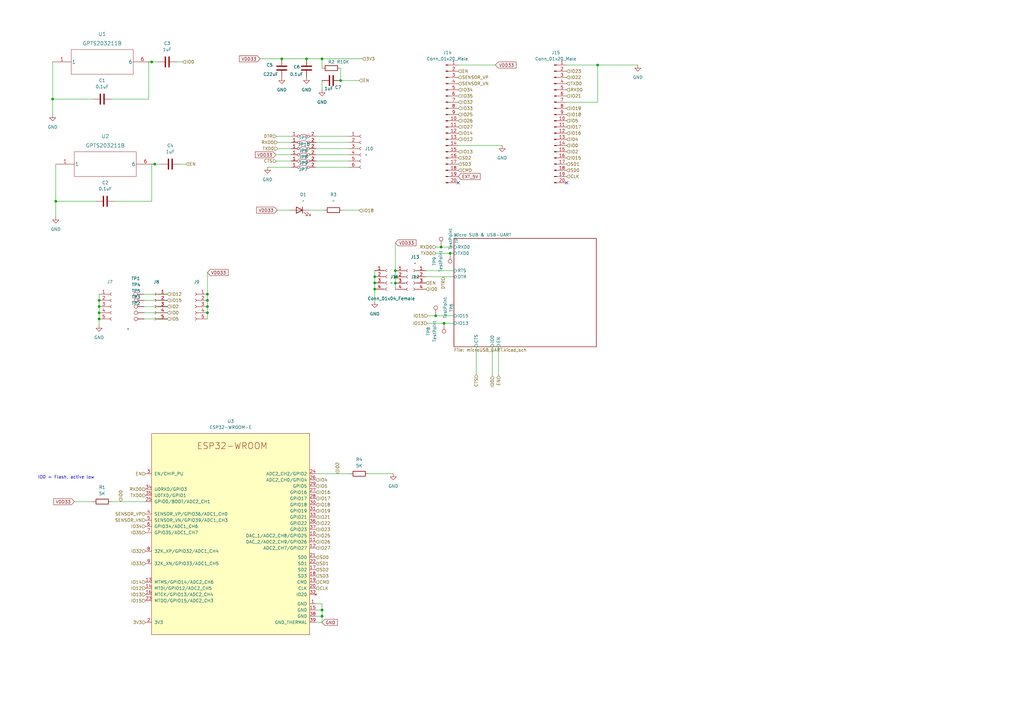
<source format=kicad_sch>
(kicad_sch (version 20211123) (generator eeschema)
  (paper "A3")
  (lib_symbols
    (symbol "Connector:Conn_01x04_Female" (pin_names (offset 1.016) hide)
      (property "Reference" "J" (at 0 5.08 0))
      (property "Value" "Conn_01x04_Female" (at 0 -7.62 0))
      (symbol "Conn_01x04_Female_1_1"
        (arc (start 0 -4.572) (mid -0.508 -5.08) (end 0 -5.588) (stroke (width 0.1524)))
        (arc (start 0 -2.032) (mid -0.508 -2.54) (end 0 -3.048) (stroke (width 0.1524)))
        (polyline (pts (xy -1.27 -5.08) (xy -0.508 -5.08)) (stroke (width 0.1524)))
        (polyline (pts (xy -1.27 -2.54) (xy -0.508 -2.54)) (stroke (width 0.1524)))
        (polyline (pts (xy -1.27 0) (xy -0.508 0)) (stroke (width 0.1524)))
        (polyline (pts (xy -1.27 2.54) (xy -0.508 2.54)) (stroke (width 0.1524)))
        (arc (start 0 0.508) (mid -0.508 0) (end 0 -0.508) (stroke (width 0.1524)))
        (arc (start 0 3.048) (mid -0.508 2.54) (end 0 2.032) (stroke (width 0.1524)))
        (pin passive line (at -5.08 2.54 0) (length 3.81) (name "Pin_1") (number "1"))
        (pin passive line (at -5.08 0 0) (length 3.81) (name "Pin_2") (number "2"))
        (pin passive line (at -5.08 -2.54 0) (length 3.81) (name "Pin_3") (number "3"))
        (pin passive line (at -5.08 -5.08 0) (length 3.81) (name "Pin_4") (number "4"))
      )
    )
    (symbol "Connector:Conn_01x05_Female" (pin_names (offset 1.016) hide)
      (property "Reference" "J" (at 0 7.62 0))
      (property "Value" "Conn_01x05_Female" (at 0 -7.62 0))
      (symbol "Conn_01x05_Female_1_1"
        (arc (start 0 -4.572) (mid -0.508 -5.08) (end 0 -5.588) (stroke (width 0.1524)))
        (arc (start 0 -2.032) (mid -0.508 -2.54) (end 0 -3.048) (stroke (width 0.1524)))
        (polyline (pts (xy -1.27 -5.08) (xy -0.508 -5.08)) (stroke (width 0.1524)))
        (polyline (pts (xy -1.27 -2.54) (xy -0.508 -2.54)) (stroke (width 0.1524)))
        (polyline (pts (xy -1.27 0) (xy -0.508 0)) (stroke (width 0.1524)))
        (polyline (pts (xy -1.27 2.54) (xy -0.508 2.54)) (stroke (width 0.1524)))
        (polyline (pts (xy -1.27 5.08) (xy -0.508 5.08)) (stroke (width 0.1524)))
        (arc (start 0 0.508) (mid -0.508 0) (end 0 -0.508) (stroke (width 0.1524)))
        (arc (start 0 3.048) (mid -0.508 2.54) (end 0 2.032) (stroke (width 0.1524)))
        (arc (start 0 5.588) (mid -0.508 5.08) (end 0 4.572) (stroke (width 0.1524)))
        (pin passive line (at -5.08 5.08 0) (length 3.81) (name "Pin_1") (number "1"))
        (pin passive line (at -5.08 2.54 0) (length 3.81) (name "Pin_2") (number "2"))
        (pin passive line (at -5.08 0 0) (length 3.81) (name "Pin_3") (number "3"))
        (pin passive line (at -5.08 -2.54 0) (length 3.81) (name "Pin_4") (number "4"))
        (pin passive line (at -5.08 -5.08 0) (length 3.81) (name "Pin_5") (number "5"))
      )
    )
    (symbol "Connector:Conn_01x06_Female" (pin_names (offset 1.016) hide)
      (property "Reference" "J" (at 0 7.62 0))
      (property "Value" "Conn_01x06_Female" (at 0 -10.16 0))
      (symbol "Conn_01x06_Female_1_1"
        (arc (start 0 -7.112) (mid -0.508 -7.62) (end 0 -8.128) (stroke (width 0.1524)))
        (arc (start 0 -4.572) (mid -0.508 -5.08) (end 0 -5.588) (stroke (width 0.1524)))
        (arc (start 0 -2.032) (mid -0.508 -2.54) (end 0 -3.048) (stroke (width 0.1524)))
        (polyline (pts (xy -1.27 -7.62) (xy -0.508 -7.62)) (stroke (width 0.1524)))
        (polyline (pts (xy -1.27 -5.08) (xy -0.508 -5.08)) (stroke (width 0.1524)))
        (polyline (pts (xy -1.27 -2.54) (xy -0.508 -2.54)) (stroke (width 0.1524)))
        (polyline (pts (xy -1.27 0) (xy -0.508 0)) (stroke (width 0.1524)))
        (polyline (pts (xy -1.27 2.54) (xy -0.508 2.54)) (stroke (width 0.1524)))
        (polyline (pts (xy -1.27 5.08) (xy -0.508 5.08)) (stroke (width 0.1524)))
        (arc (start 0 0.508) (mid -0.508 0) (end 0 -0.508) (stroke (width 0.1524)))
        (arc (start 0 3.048) (mid -0.508 2.54) (end 0 2.032) (stroke (width 0.1524)))
        (arc (start 0 5.588) (mid -0.508 5.08) (end 0 4.572) (stroke (width 0.1524)))
        (pin passive line (at -5.08 5.08 0) (length 3.81) (name "Pin_1") (number "1"))
        (pin passive line (at -5.08 2.54 0) (length 3.81) (name "Pin_2") (number "2"))
        (pin passive line (at -5.08 0 0) (length 3.81) (name "Pin_3") (number "3"))
        (pin passive line (at -5.08 -2.54 0) (length 3.81) (name "Pin_4") (number "4"))
        (pin passive line (at -5.08 -5.08 0) (length 3.81) (name "Pin_5") (number "5"))
        (pin passive line (at -5.08 -7.62 0) (length 3.81) (name "Pin_6") (number "6"))
      )
    )
    (symbol "Connector:Conn_01x20_Male" (pin_names (offset 1.016) hide)
      (property "Reference" "J" (at 0 25.4 0))
      (property "Value" "Conn_01x20_Male" (at 0 -27.94 0))
      (symbol "Conn_01x20_Male_1_1"
        (polyline (pts (xy 1.27 -25.4) (xy 0.8636 -25.4)) (stroke (width 0.1524)))
        (polyline (pts (xy 1.27 -22.86) (xy 0.8636 -22.86)) (stroke (width 0.1524)))
        (polyline (pts (xy 1.27 -20.32) (xy 0.8636 -20.32)) (stroke (width 0.1524)))
        (polyline (pts (xy 1.27 -17.78) (xy 0.8636 -17.78)) (stroke (width 0.1524)))
        (polyline (pts (xy 1.27 -15.24) (xy 0.8636 -15.24)) (stroke (width 0.1524)))
        (polyline (pts (xy 1.27 -12.7) (xy 0.8636 -12.7)) (stroke (width 0.1524)))
        (polyline (pts (xy 1.27 -10.16) (xy 0.8636 -10.16)) (stroke (width 0.1524)))
        (polyline (pts (xy 1.27 -7.62) (xy 0.8636 -7.62)) (stroke (width 0.1524)))
        (polyline (pts (xy 1.27 -5.08) (xy 0.8636 -5.08)) (stroke (width 0.1524)))
        (polyline (pts (xy 1.27 -2.54) (xy 0.8636 -2.54)) (stroke (width 0.1524)))
        (polyline (pts (xy 1.27 0) (xy 0.8636 0)) (stroke (width 0.1524)))
        (polyline (pts (xy 1.27 2.54) (xy 0.8636 2.54)) (stroke (width 0.1524)))
        (polyline (pts (xy 1.27 5.08) (xy 0.8636 5.08)) (stroke (width 0.1524)))
        (polyline (pts (xy 1.27 7.62) (xy 0.8636 7.62)) (stroke (width 0.1524)))
        (polyline (pts (xy 1.27 10.16) (xy 0.8636 10.16)) (stroke (width 0.1524)))
        (polyline (pts (xy 1.27 12.7) (xy 0.8636 12.7)) (stroke (width 0.1524)))
        (polyline (pts (xy 1.27 15.24) (xy 0.8636 15.24)) (stroke (width 0.1524)))
        (polyline (pts (xy 1.27 17.78) (xy 0.8636 17.78)) (stroke (width 0.1524)))
        (polyline (pts (xy 1.27 20.32) (xy 0.8636 20.32)) (stroke (width 0.1524)))
        (polyline (pts (xy 1.27 22.86) (xy 0.8636 22.86)) (stroke (width 0.1524)))
        (rectangle (start 0.8636 -25.273) (end 0 -25.527) (stroke (width 0.1524)) (fill (type outline)))
        (rectangle (start 0.8636 -22.733) (end 0 -22.987) (stroke (width 0.1524)) (fill (type outline)))
        (rectangle (start 0.8636 -20.193) (end 0 -20.447) (stroke (width 0.1524)) (fill (type outline)))
        (rectangle (start 0.8636 -17.653) (end 0 -17.907) (stroke (width 0.1524)) (fill (type outline)))
        (rectangle (start 0.8636 -15.113) (end 0 -15.367) (stroke (width 0.1524)) (fill (type outline)))
        (rectangle (start 0.8636 -12.573) (end 0 -12.827) (stroke (width 0.1524)) (fill (type outline)))
        (rectangle (start 0.8636 -10.033) (end 0 -10.287) (stroke (width 0.1524)) (fill (type outline)))
        (rectangle (start 0.8636 -7.493) (end 0 -7.747) (stroke (width 0.1524)) (fill (type outline)))
        (rectangle (start 0.8636 -4.953) (end 0 -5.207) (stroke (width 0.1524)) (fill (type outline)))
        (rectangle (start 0.8636 -2.413) (end 0 -2.667) (stroke (width 0.1524)) (fill (type outline)))
        (rectangle (start 0.8636 0.127) (end 0 -0.127) (stroke (width 0.1524)) (fill (type outline)))
        (rectangle (start 0.8636 2.667) (end 0 2.413) (stroke (width 0.1524)) (fill (type outline)))
        (rectangle (start 0.8636 5.207) (end 0 4.953) (stroke (width 0.1524)) (fill (type outline)))
        (rectangle (start 0.8636 7.747) (end 0 7.493) (stroke (width 0.1524)) (fill (type outline)))
        (rectangle (start 0.8636 10.287) (end 0 10.033) (stroke (width 0.1524)) (fill (type outline)))
        (rectangle (start 0.8636 12.827) (end 0 12.573) (stroke (width 0.1524)) (fill (type outline)))
        (rectangle (start 0.8636 15.367) (end 0 15.113) (stroke (width 0.1524)) (fill (type outline)))
        (rectangle (start 0.8636 17.907) (end 0 17.653) (stroke (width 0.1524)) (fill (type outline)))
        (rectangle (start 0.8636 20.447) (end 0 20.193) (stroke (width 0.1524)) (fill (type outline)))
        (rectangle (start 0.8636 22.987) (end 0 22.733) (stroke (width 0.1524)) (fill (type outline)))
        (pin passive line (at 5.08 22.86 180) (length 3.81) (name "Pin_1") (number "1"))
        (pin passive line (at 5.08 0 180) (length 3.81) (name "Pin_10") (number "10"))
        (pin passive line (at 5.08 -2.54 180) (length 3.81) (name "Pin_11") (number "11"))
        (pin passive line (at 5.08 -5.08 180) (length 3.81) (name "Pin_12") (number "12"))
        (pin passive line (at 5.08 -7.62 180) (length 3.81) (name "Pin_13") (number "13"))
        (pin passive line (at 5.08 -10.16 180) (length 3.81) (name "Pin_14") (number "14"))
        (pin passive line (at 5.08 -12.7 180) (length 3.81) (name "Pin_15") (number "15"))
        (pin passive line (at 5.08 -15.24 180) (length 3.81) (name "Pin_16") (number "16"))
        (pin passive line (at 5.08 -17.78 180) (length 3.81) (name "Pin_17") (number "17"))
        (pin passive line (at 5.08 -20.32 180) (length 3.81) (name "Pin_18") (number "18"))
        (pin passive line (at 5.08 -22.86 180) (length 3.81) (name "Pin_19") (number "19"))
        (pin passive line (at 5.08 20.32 180) (length 3.81) (name "Pin_2") (number "2"))
        (pin passive line (at 5.08 -25.4 180) (length 3.81) (name "Pin_20") (number "20"))
        (pin passive line (at 5.08 17.78 180) (length 3.81) (name "Pin_3") (number "3"))
        (pin passive line (at 5.08 15.24 180) (length 3.81) (name "Pin_4") (number "4"))
        (pin passive line (at 5.08 12.7 180) (length 3.81) (name "Pin_5") (number "5"))
        (pin passive line (at 5.08 10.16 180) (length 3.81) (name "Pin_6") (number "6"))
        (pin passive line (at 5.08 7.62 180) (length 3.81) (name "Pin_7") (number "7"))
        (pin passive line (at 5.08 5.08 180) (length 3.81) (name "Pin_8") (number "8"))
        (pin passive line (at 5.08 2.54 180) (length 3.81) (name "Pin_9") (number "9"))
      )
    )
    (symbol "Connector:TestPoint" (pin_numbers hide) (pin_names (offset 0.762) hide)
      (property "Reference" "TP" (at 0 6.858 0))
      (property "Value" "TestPoint" (at 0 5.08 0))
      (symbol "TestPoint_0_1"
        (circle (center 0 3.302) (radius 0.762))
      )
      (symbol "TestPoint_1_1"
        (pin passive line (at 0 0 90) (length 2.54) (name "1") (number "1"))
      )
    )
    (symbol "Device:C" (pin_numbers hide) (pin_names (offset 0.254))
      (property "Reference" "C" (at 0.635 2.54 0))
      (property "Value" "C" (at 0.635 -2.54 0))
      (symbol "C_0_1"
        (polyline (pts (xy -2.032 -0.762) (xy 2.032 -0.762)) (stroke (width 0.508)))
        (polyline (pts (xy -2.032 0.762) (xy 2.032 0.762)) (stroke (width 0.508)))
      )
      (symbol "C_1_1"
        (pin passive line (at 0 3.81 270) (length 2.794) (name "~") (number "1"))
        (pin passive line (at 0 -3.81 90) (length 2.794) (name "~") (number "2"))
      )
    )
    (symbol "Device:LED" (pin_numbers hide) (pin_names (offset 1.016) hide)
      (property "Reference" "D" (at 0 2.54 0))
      (property "Value" "LED" (at 0 -2.54 0))
      (symbol "LED_0_1"
        (polyline (pts (xy -1.27 -1.27) (xy -1.27 1.27)) (stroke (width 0.254)))
        (polyline (pts (xy -1.27 0) (xy 1.27 0)))
        (polyline (pts (xy 1.27 -1.27) (xy 1.27 1.27) (xy -1.27 0) (xy 1.27 -1.27)) (stroke (width 0.254)))
        (polyline (pts (xy -3.048 -0.762) (xy -4.572 -2.286) (xy -3.81 -2.286) (xy -4.572 -2.286) (xy -4.572 -1.524)))
        (polyline (pts (xy -1.778 -0.762) (xy -3.302 -2.286) (xy -2.54 -2.286) (xy -3.302 -2.286) (xy -3.302 -1.524)))
      )
      (symbol "LED_1_1"
        (pin passive line (at -3.81 0 0) (length 2.54) (name "K") (number "1"))
        (pin passive line (at 3.81 0 180) (length 2.54) (name "A") (number "2"))
      )
    )
    (symbol "Device:R" (pin_numbers hide) (pin_names (offset 0))
      (property "Reference" "R" (at 2.032 0 90))
      (property "Value" "R" (at 0 0 90))
      (symbol "R_0_1"
        (rectangle (start -1.016 -2.54) (end 1.016 2.54) (stroke (width 0.254)))
      )
      (symbol "R_1_1"
        (pin passive line (at 0 3.81 270) (length 1.27) (name "~") (number "1"))
        (pin passive line (at 0 -3.81 90) (length 1.27) (name "~") (number "2"))
      )
    )
    (symbol "GPTS203211B_THT_Switch:GPTS203211B" (pin_names (offset 0.254))
      (property "Reference" "U" (at 20.32 10.16 0))
      (property "Value" "GPTS203211B" (at 20.32 7.62 0))
      (symbol "GPTS203211B_1_1"
        (polyline (pts (xy 7.62 -5.08) (xy 33.02 -5.08)) (stroke (width 0.127)))
        (polyline (pts (xy 7.62 5.08) (xy 7.62 -5.08)) (stroke (width 0.127)))
        (polyline (pts (xy 33.02 -5.08) (xy 33.02 5.08)) (stroke (width 0.127)))
        (polyline (pts (xy 33.02 5.08) (xy 7.62 5.08)) (stroke (width 0.127)))
        (pin unspecified line (at 0 0 0) (length 7.62) (name "1") (number "1"))
        (pin unspecified line (at 40.64 0 180) (length 7.62) (name "6") (number "6"))
      )
    )
    (symbol "Jumper:Jumper_2_Bridged" (pin_names (offset 0) hide)
      (property "Reference" "JP" (at 0 1.905 0))
      (property "Value" "Jumper_2_Bridged" (at 0 -2.54 0))
      (symbol "Jumper_2_Bridged_0_0"
        (circle (center -2.032 0) (radius 0.508))
        (circle (center 2.032 0) (radius 0.508))
      )
      (symbol "Jumper_2_Bridged_0_1"
        (arc (start 1.524 0.254) (mid 0 0.762) (end -1.524 0.254))
      )
      (symbol "Jumper_2_Bridged_1_1"
        (pin passive line (at -5.08 0 0) (length 2.54) (name "A") (number "1"))
        (pin passive line (at 5.08 0 180) (length 2.54) (name "B") (number "2"))
      )
    )
    (symbol "espressif:ESP32-WROOM-E" (pin_names (offset 1.016))
      (property "Reference" "U?" (at 0.635 46.99 0))
      (property "Value" "ESP32-WROOM-E" (at 0.635 44.45 0))
      (symbol "ESP32-WROOM-E_0_1"
        (rectangle (start 33.02 41.91) (end -31.75 -40.64) (fill (type background)))
      )
      (symbol "ESP32-WROOM-E_1_1"
        (text "ESP32-­WROOM­" (at 1.27 36.83 0) (effects (font (size 2.54 2.54))))
        (pin power_in line (at 35.56 -27.94 180) (length 2.54) (name "GND") (number "1"))
        (pin bidirectional line (at 35.56 0 180) (length 2.54) (name "DAC_1/ADC2_CH8/GPIO25") (number "10"))
        (pin bidirectional line (at 35.56 -2.54 180) (length 2.54) (name "DAC_2/ADC2_CH9/GPIO26") (number "11"))
        (pin bidirectional line (at 35.56 -5.08 180) (length 2.54) (name "ADC2_CH7/GPIO27") (number "12"))
        (pin bidirectional line (at -34.29 -19.05 0) (length 2.54) (name "MTMS/GPIO14/ADC2_CH6") (number "13"))
        (pin bidirectional line (at -34.29 -21.59 0) (length 2.54) (name "MTDI/GPIO12/ADC2_CH5") (number "14"))
        (pin power_in line (at 35.56 -30.48 180) (length 2.54) (name "GND") (number "15"))
        (pin bidirectional line (at -34.29 -24.13 0) (length 2.54) (name "MTCK/GPIO13/ADC2_CH4") (number "16"))
        (pin bidirectional line (at 35.56 -13.97 180) (length 2.54) (name "SD2") (number "17"))
        (pin bidirectional line (at 35.56 -16.51 180) (length 2.54) (name "SD3") (number "18"))
        (pin bidirectional line (at 35.56 -19.05 180) (length 2.54) (name "CMD") (number "19"))
        (pin power_in line (at -34.29 -35.56 0) (length 2.54) (name "3V3") (number "2"))
        (pin bidirectional line (at 35.56 -21.59 180) (length 2.54) (name "CLK") (number "20"))
        (pin bidirectional line (at 35.56 -8.89 180) (length 2.54) (name "SD0") (number "21"))
        (pin bidirectional line (at 35.56 -11.43 180) (length 2.54) (name "SD1") (number "22"))
        (pin bidirectional line (at -34.29 -26.67 0) (length 2.54) (name "MTDO/GPIO15/ADC2_CH3") (number "23"))
        (pin bidirectional line (at 35.56 25.4 180) (length 2.54) (name "ADC2_CH2/GPIO2") (number "24"))
        (pin bidirectional line (at -34.29 13.97 0) (length 2.54) (name "GPIO0/BOOT/ADC2_CH1") (number "25"))
        (pin bidirectional line (at 35.56 22.86 180) (length 2.54) (name "ADC2_CH0/GPIO4") (number "26"))
        (pin bidirectional line (at 35.56 17.78 180) (length 2.54) (name "GPIO16") (number "27"))
        (pin bidirectional line (at 35.56 15.24 180) (length 2.54) (name "GPIO17") (number "28"))
        (pin bidirectional line (at 35.56 20.32 180) (length 2.54) (name "GPIO5") (number "29"))
        (pin input line (at -34.29 25.4 0) (length 2.54) (name "EN/CHIP_PU") (number "3"))
        (pin bidirectional line (at 35.56 12.7 180) (length 2.54) (name "GPIO18") (number "30"))
        (pin bidirectional line (at 35.56 10.16 180) (length 2.54) (name "GPIO19") (number "31"))
        (pin no_connect line (at 35.56 -24.13 180) (length 2.54) (name "IO20") (number "32"))
        (pin bidirectional line (at 35.56 7.62 180) (length 2.54) (name "GPIO21") (number "33"))
        (pin bidirectional line (at -34.29 19.05 0) (length 2.54) (name "U0RXD/GPIO3") (number "34"))
        (pin bidirectional line (at -34.29 16.51 0) (length 2.54) (name "U0TXD/GPIO1") (number "35"))
        (pin bidirectional line (at 35.56 5.08 180) (length 2.54) (name "GPIO22") (number "36"))
        (pin bidirectional line (at 35.56 2.54 180) (length 2.54) (name "GPIO23") (number "37"))
        (pin power_in line (at 35.56 -33.02 180) (length 2.54) (name "GND") (number "38"))
        (pin power_in line (at 35.56 -35.56 180) (length 2.54) (name "GND_THERMAL") (number "39"))
        (pin input line (at -34.29 8.89 0) (length 2.54) (name "SENSOR_VP/GPIO36/ADC1_CH0") (number "4"))
        (pin input line (at -34.29 6.35 0) (length 2.54) (name "SENSOR_VN/GPIO39/ADC1_CH3") (number "5"))
        (pin input line (at -34.29 3.81 0) (length 2.54) (name "GPIO34/ADC1_CH6") (number "6"))
        (pin input line (at -34.29 1.27 0) (length 2.54) (name "GPIO35/ADC1_CH7") (number "7"))
        (pin bidirectional line (at -34.29 -6.35 0) (length 2.54) (name "32K_XP/GPIO32/ADC1_CH4") (number "8"))
        (pin bidirectional line (at -34.29 -11.43 0) (length 2.54) (name "32K_XN/GPIO33/ADC1_CH5") (number "9"))
      )
    )
    (symbol "power:GND" (power) (pin_names (offset 0))
      (property "Value" "GND" (at 0 -3.81 0))
      (symbol "GND_0_1"
        (polyline (pts (xy 0 0) (xy 0 -1.27) (xy 1.27 -1.27) (xy 0 -2.54) (xy -1.27 -1.27) (xy 0 -1.27)))
      )
      (symbol "GND_1_1"
        (pin power_in line (at 0 0 270) (length 0) hide (name "GND") (number "1"))
      )
    )
  )
  (junction (at 40.64 123.19))
  (junction (at 132.08 24.13))
  (junction (at 182.1269 132.588))
  (junction (at 85.09 125.73))
  (junction (at 115.57 24.13))
  (junction (at 180.9039 101.346))
  (junction (at 85.09 128.27))
  (junction (at 162.1782 113.5622))
  (junction (at 178.7086 129.54))
  (junction (at 40.64 130.81))
  (junction (at 245.11 26.67))
  (junction (at 132.08 252.73))
  (junction (at 184.6195 103.886))
  (junction (at 85.09 123.19))
  (junction (at 40.64 125.73))
  (junction (at 132.08 250.19))
  (junction (at 22.86 82.55))
  (junction (at 62.23 25.4))
  (junction (at 139.7 33.02))
  (junction (at 162.1782 111.0222))
  (junction (at 85.09 120.65))
  (junction (at 162.1782 116.1022))
  (junction (at 125.73 24.13))
  (junction (at 40.64 128.27))
  (junction (at 153.6748 113.491))
  (junction (at 63.5 67.31))
  (junction (at 21.59 40.64))
  (junction (at 153.6748 116.031))
  (junction (at 153.6748 118.571))
  (no_connect (at 187.96 74.93))
  (no_connect (at 232.41 74.93))
  (wire (pts (xy 162.1782 111.0222) (xy 162.1782 113.5622)))
  (wire (pts (xy 59.0973 125.73) (xy 68.58 125.73)))
  (wire (pts (xy 178.7086 129.54) (xy 186.182 129.54)))
  (wire (pts (xy 115.57 24.13) (xy 125.73 24.13)))
  (wire (pts (xy 129.5649 66.04) (xy 142.9925 66.04)))
  (wire (pts (xy 129.5557 68.58) (xy 142.9925 68.58)))
  (wire (pts (xy 109.7185 68.58) (xy 119.3957 68.58)))
  (wire (pts (xy 30.48 205.74) (xy 38.1 205.74)))
  (wire (pts (xy 132.08 33.02) (xy 132.08 36.83)))
  (wire (pts (xy 58.9333 120.65) (xy 68.58 120.65)))
  (wire (pts (xy 85.09 128.27) (xy 85.09 130.81)))
  (wire (pts (xy 147.32 86.1783) (xy 147.32 86.36)))
  (wire (pts (xy 113.2745 66.04) (xy 119.4049 66.04)))
  (wire (pts (xy 132.9482 86.1783) (xy 126.5982 86.1783)))
  (wire (pts (xy 184.6195 103.886) (xy 186.182 103.886)))
  (wire (pts (xy 45.72 205.74) (xy 59.69 205.74)))
  (wire (pts (xy 132.08 24.13) (xy 148.59 24.13)))
  (wire (pts (xy 175.4858 129.54) (xy 178.7086 129.54)))
  (wire (pts (xy 129.54 247.65) (xy 132.08 247.65)))
  (wire (pts (xy 21.59 40.64) (xy 21.59 47.0449)))
  (wire (pts (xy 195.326 142.24) (xy 195.326 153.6165)))
  (wire (pts (xy 129.54 60.96) (xy 142.9925 60.96)))
  (wire (pts (xy 40.64 120.65) (xy 40.64 123.19)))
  (wire (pts (xy 106.68 24.13) (xy 115.57 24.13)))
  (wire (pts (xy 204.47 142.24) (xy 204.47 154.0627)))
  (wire (pts (xy 153.6748 118.571) (xy 153.6748 123.651)))
  (wire (pts (xy 46.99 82.55) (xy 62.23 82.55)))
  (wire (pts (xy 85.09 120.65) (xy 85.09 123.19)))
  (wire (pts (xy 232.41 41.91) (xy 245.11 41.91)))
  (wire (pts (xy 63.5 67.31) (xy 66.04 67.31)))
  (wire (pts (xy 113.8919 60.96) (xy 119.38 60.96)))
  (wire (pts (xy 178.8046 101.346) (xy 180.9039 101.346)))
  (wire (pts (xy 118.9782 86.1783) (xy 113.6919 86.1783)))
  (wire (pts (xy 59.0558 130.81) (xy 68.58 130.81)))
  (wire (pts (xy 85.09 125.73) (xy 85.09 128.27)))
  (wire (pts (xy 201.93 142.24) (xy 201.93 154.1735)))
  (wire (pts (xy 139.7 27.94) (xy 139.7 33.02)))
  (wire (pts (xy 132.08 255.27) (xy 129.54 255.27)))
  (wire (pts (xy 174.6561 113.538) (xy 186.182 113.538)))
  (wire (pts (xy 132.08 24.13) (xy 132.08 27.94)))
  (wire (pts (xy 40.64 123.19) (xy 40.64 125.73)))
  (wire (pts (xy 175.26 132.588) (xy 182.1269 132.588)))
  (wire (pts (xy 45.72 40.64) (xy 60.96 40.64)))
  (wire (pts (xy 132.08 247.65) (xy 132.08 250.19)))
  (wire (pts (xy 180.9039 101.346) (xy 186.182 101.346)))
  (wire (pts (xy 62.23 82.55) (xy 62.23 67.31)))
  (wire (pts (xy 178.8046 103.886) (xy 184.6195 103.886)))
  (wire (pts (xy 232.41 26.67) (xy 245.11 26.67)))
  (wire (pts (xy 85.09 111.76) (xy 85.09 120.65)))
  (wire (pts (xy 132.08 252.73) (xy 132.08 255.27)))
  (wire (pts (xy 40.64 128.27) (xy 40.64 130.81)))
  (wire (pts (xy 22.86 82.55) (xy 39.37 82.55)))
  (wire (pts (xy 21.59 40.64) (xy 38.1 40.64)))
  (wire (pts (xy 139.7 33.02) (xy 147.32 33.02)))
  (wire (pts (xy 162.1782 99.5922) (xy 162.1782 111.0222)))
  (wire (pts (xy 60.96 40.64) (xy 60.96 25.4)))
  (wire (pts (xy 40.64 130.81) (xy 40.64 133.35)))
  (wire (pts (xy 129.5898 58.42) (xy 142.9925 58.42)))
  (wire (pts (xy 182.1269 132.588) (xy 186.182 132.588)))
  (wire (pts (xy 62.23 67.31) (xy 63.5 67.31)))
  (wire (pts (xy 174.6561 110.998) (xy 186.182 110.998)))
  (wire (pts (xy 245.11 26.67) (xy 261.62 26.67)))
  (wire (pts (xy 129.54 55.88) (xy 142.9925 55.88)))
  (wire (pts (xy 62.23 25.4) (xy 64.77 25.4)))
  (wire (pts (xy 73.66 67.31) (xy 76.2 67.31)))
  (wire (pts (xy 129.54 250.19) (xy 132.08 250.19)))
  (wire (pts (xy 113.2745 55.88) (xy 119.38 55.88)))
  (wire (pts (xy 125.73 24.13) (xy 132.08 24.13)))
  (wire (pts (xy 187.96 59.69) (xy 205.9389 59.69)))
  (wire (pts (xy 153.6748 116.031) (xy 153.6748 118.571)))
  (wire (pts (xy 129.54 252.73) (xy 132.08 252.73)))
  (wire (pts (xy 85.09 123.19) (xy 85.09 125.73)))
  (wire (pts (xy 129.54 194.31) (xy 143.51 194.31)))
  (wire (pts (xy 153.6748 113.491) (xy 153.6748 116.031)))
  (wire (pts (xy 162.1782 116.1022) (xy 162.1782 118.6422)))
  (wire (pts (xy 113.1475 63.5) (xy 119.4049 63.5)))
  (wire (pts (xy 153.6748 110.951) (xy 153.6748 113.491)))
  (wire (pts (xy 140.5682 86.1783) (xy 147.32 86.1783)))
  (wire (pts (xy 59.0766 128.27) (xy 68.58 128.27)))
  (wire (pts (xy 59.0973 123.19) (xy 68.58 123.19)))
  (wire (pts (xy 22.86 82.55) (xy 22.86 88.9549)))
  (wire (pts (xy 21.59 25.4) (xy 21.59 40.64)))
  (wire (pts (xy 22.86 67.31) (xy 22.86 82.55)))
  (wire (pts (xy 113.7825 58.42) (xy 119.4298 58.42)))
  (wire (pts (xy 162.1782 113.5622) (xy 162.1782 116.1022)))
  (wire (pts (xy 151.13 194.31) (xy 161.29 194.31)))
  (wire (pts (xy 245.11 41.91) (xy 245.11 26.67)))
  (wire (pts (xy 129.5649 63.5) (xy 142.9925 63.5)))
  (wire (pts (xy 40.64 125.73) (xy 40.64 128.27)))
  (wire (pts (xy 72.39 25.4) (xy 74.93 25.4)))
  (wire (pts (xy 60.96 25.4) (xy 62.23 25.4)))
  (wire (pts (xy 132.08 250.19) (xy 132.08 252.73)))
  (wire (pts (xy 187.96 26.67) (xy 203.2 26.67)))
  (text "IO0 = Flash, active low\n" (at 15.494 196.596 0) (effects (font (size 1.27 1.27)) (justify left bottom)))
  (global_label "GND" (shape input) (at 132.08 255.27 0) (property "Intersheet References" "${INTERSHEET_REFS}" (effects hide)))
  (global_label "VDD33" (shape input) (at 30.48 205.74 180) (property "Intersheet References" "${INTERSHEET_REFS}" (effects hide)))
  (global_label "VDD33" (shape input) (at 113.6919 86.1783 180) (property "Intersheet References" "${INTERSHEET_REFS}" (effects hide)))
  (global_label "VDD33" (shape input) (at 162.1782 99.5922 0) (property "Intersheet References" "${INTERSHEET_REFS}" (effects hide)))
  (global_label "VDD33" (shape input) (at 85.09 111.76 0) (property "Intersheet References" "${INTERSHEET_REFS}" (effects hide)))
  (global_label "VDD33" (shape input) (at 113.1475 63.5 180) (property "Intersheet References" "${INTERSHEET_REFS}" (effects hide)))
  (global_label "EXT_5V" (shape input) (at 187.96 72.39 0) (property "Intersheet References" "${INTERSHEET_REFS}" (effects hide)))
  (global_label "VDD33" (shape input) (at 203.2 26.67 0) (property "Intersheet References" "${INTERSHEET_REFS}" (effects hide)))
  (global_label "VDD33" (shape input) (at 106.68 24.13 180) (property "Intersheet References" "${INTERSHEET_REFS}" (effects hide)))
  (hierarchical_label "IO0" (shape input) (at 49.53 205.74 90))
  (hierarchical_label "IO23" (shape input) (at 232.41 29.21 0))
  (hierarchical_label "IO12" (shape input) (at 59.69 241.3 180))
  (hierarchical_label "IO14" (shape input) (at 187.96 54.61 0))
  (hierarchical_label "3V3" (shape input) (at 148.59 24.13 0))
  (hierarchical_label "IO2" (shape input) (at 68.58 125.73 0))
  (hierarchical_label "TXD0" (shape input) (at 113.8919 60.96 180))
  (hierarchical_label "IO0" (shape input) (at 174.6561 118.618 0))
  (hierarchical_label "IO35" (shape input) (at 187.96 39.37 0))
  (hierarchical_label "CLK" (shape input) (at 129.54 241.3 0))
  (hierarchical_label "IO13" (shape input) (at 175.26 132.588 180))
  (hierarchical_label "EN" (shape input) (at 147.32 33.02 0))
  (hierarchical_label "IO2" (shape input) (at 138.43 194.31 90))
  (hierarchical_label "RXD0" (shape input) (at 59.69 200.66 180))
  (hierarchical_label "CLK" (shape input) (at 232.41 72.39 0))
  (hierarchical_label "SENSOR_VP" (shape input) (at 187.96 31.75 0))
  (hierarchical_label "TXD0" (shape input) (at 232.41 34.29 0))
  (hierarchical_label "IO0" (shape input) (at 201.93 154.1735 270))
  (hierarchical_label "IO27" (shape input) (at 187.96 52.07 0))
  (hierarchical_label "IO13" (shape input) (at 59.69 243.84 180))
  (hierarchical_label "IO5" (shape input) (at 129.54 199.39 0))
  (hierarchical_label "CTS" (shape input) (at 113.2745 66.04 180))
  (hierarchical_label "IO15" (shape input) (at 175.4858 129.54 180))
  (hierarchical_label "CTS" (shape input) (at 195.326 153.6165 270))
  (hierarchical_label "TXD0" (shape input) (at 178.8046 103.886 180))
  (hierarchical_label "EN" (shape input) (at 174.6561 116.078 0))
  (hierarchical_label "IO16" (shape input) (at 129.54 201.93 0))
  (hierarchical_label "IO32" (shape input) (at 187.96 41.91 0))
  (hierarchical_label "IO25" (shape input) (at 187.96 46.99 0))
  (hierarchical_label "IO2" (shape input) (at 232.41 62.23 0))
  (hierarchical_label "IO21" (shape input) (at 129.54 212.09 0))
  (hierarchical_label "IO18" (shape input) (at 129.54 207.01 0))
  (hierarchical_label "EN" (shape input) (at 204.47 154.0627 270))
  (hierarchical_label "TXD0" (shape input) (at 59.69 203.2 180))
  (hierarchical_label "IO0" (shape input) (at 74.93 25.4 0))
  (hierarchical_label "EN" (shape input) (at 187.96 29.21 0))
  (hierarchical_label "IO34" (shape input) (at 59.69 215.9 180))
  (hierarchical_label "IO12" (shape input) (at 68.58 120.65 0))
  (hierarchical_label "SD0" (shape input) (at 129.54 228.6 0))
  (hierarchical_label "IO33" (shape input) (at 59.69 231.14 180))
  (hierarchical_label "DTR" (shape input) (at 181.7626 113.538 270))
  (hierarchical_label "IO4" (shape input) (at 232.41 57.15 0))
  (hierarchical_label "IO22" (shape input) (at 232.41 31.75 0))
  (hierarchical_label "IO19" (shape input) (at 129.54 209.55 0))
  (hierarchical_label "RXD0" (shape input) (at 232.41 36.83 0))
  (hierarchical_label "IO21" (shape input) (at 232.41 39.37 0))
  (hierarchical_label "SD3" (shape input) (at 129.54 236.22 0))
  (hierarchical_label "IO13" (shape input) (at 187.96 62.23 0))
  (hierarchical_label "IO19" (shape input) (at 232.41 44.45 0))
  (hierarchical_label "3V3" (shape input) (at 59.69 255.27 180))
  (hierarchical_label "IO26" (shape input) (at 187.96 49.53 0))
  (hierarchical_label "IO15" (shape input) (at 68.58 123.19 0))
  (hierarchical_label "IO15" (shape input) (at 232.41 64.77 0))
  (hierarchical_label "IO27" (shape input) (at 129.54 224.79 0))
  (hierarchical_label "IO18" (shape input) (at 147.32 86.36 0))
  (hierarchical_label "SD3" (shape input) (at 187.96 67.31 0))
  (hierarchical_label "DTR" (shape input) (at 113.2745 55.88 180))
  (hierarchical_label "IO14" (shape input) (at 59.69 238.76 180))
  (hierarchical_label "IO35" (shape input) (at 59.69 218.44 180))
  (hierarchical_label "SD2" (shape input) (at 129.54 233.68 0))
  (hierarchical_label "IO32" (shape input) (at 59.69 226.06 180))
  (hierarchical_label "IO23" (shape input) (at 129.54 217.17 0))
  (hierarchical_label "IO4" (shape input) (at 129.54 196.85 0))
  (hierarchical_label "EN" (shape input) (at 76.2 67.31 0))
  (hierarchical_label "CMD" (shape input) (at 187.96 69.85 0))
  (hierarchical_label "IO18" (shape input) (at 232.41 46.99 0))
  (hierarchical_label "IO0" (shape input) (at 68.58 128.27 0))
  (hierarchical_label "SENSOR_VN" (shape input) (at 187.96 34.29 0))
  (hierarchical_label "IO5" (shape input) (at 68.58 130.81 0))
  (hierarchical_label "IO22" (shape input) (at 129.54 214.63 0))
  (hierarchical_label "IO16" (shape input) (at 232.41 54.61 0))
  (hierarchical_label "IO0" (shape input) (at 232.41 59.69 0))
  (hierarchical_label "IO17" (shape input) (at 129.54 204.47 0))
  (hierarchical_label "EN" (shape input) (at 59.69 194.31 180))
  (hierarchical_label "IO25" (shape input) (at 129.54 219.71 0))
  (hierarchical_label "SENSOR_VP" (shape input) (at 59.69 210.82 180))
  (hierarchical_label "IO5" (shape input) (at 232.41 49.53 0))
  (hierarchical_label "SENSOR_VN" (shape input) (at 59.69 213.36 180))
  (hierarchical_label "SD0" (shape input) (at 232.41 69.85 0))
  (hierarchical_label "IO17" (shape input) (at 232.41 52.07 0))
  (hierarchical_label "SD2" (shape input) (at 187.96 64.77 0))
  (hierarchical_label "IO33" (shape input) (at 187.96 44.45 0))
  (hierarchical_label "IO26" (shape input) (at 129.54 222.25 0))
  (hierarchical_label "IO34" (shape input) (at 187.96 36.83 0))
  (hierarchical_label "SD1" (shape input) (at 232.41 67.31 0))
  (hierarchical_label "IO12" (shape input) (at 187.96 57.15 0))
  (hierarchical_label "CMD" (shape input) (at 129.54 238.76 0))
  (hierarchical_label "SD1" (shape input) (at 129.54 231.14 0))
  (hierarchical_label "RXD0" (shape input) (at 113.7825 58.42 180))
  (hierarchical_label "IO15" (shape input) (at 59.69 246.38 180))
  (hierarchical_label "RXD0" (shape input) (at 178.8046 101.346 180))
  (symbol (lib_id "Connector:Conn_01x04_Female") (at 167.2582 113.5622 0) (unit 1)
    (property "Reference" "J12" (at 168.5282 113.5621 0) (effects (justify left)))
    (property "Value" "Conn_01x04_Female" (at 150.7482 122.4522 0) (effects (justify left)))
    (property "Footprint" "Connector_PinHeader_2.54mm:PinHeader_1x04_P2.54mm_Vertical" (effects hide))
  )
  (symbol (lib_id "Jumper:Jumper_2_Bridged") (at 124.4849 66.04 0) (unit 1)
    (property "Reference" "JP9" (at 124.4599 66.8824 0))
    (property "Value" "Jumper_2_Bridged" (effects hide))
    (property "Footprint" "Connector_PinHeader_2.54mm:PinHeader_1x02_P2.54mm_Vertical" (effects hide))
  )
  (symbol (lib_id "power:GND") (at 132.08 36.83 0) (unit 1)
    (property "Reference" "#PWR012" (effects hide))
    (property "Value" "GND" (at 132.08 41.91 0))
  )
  (symbol (lib_id "Connector:Conn_01x04_Female") (at 169.5761 113.538 0) (mirror y) (unit 1)
    (property "Reference" "J13" (at 170.2111 105.41 0))
    (property "Value" "~" (at 170.2111 107.95 0))
    (property "Footprint" "Connector_PinHeader_2.54mm:PinHeader_1x04_P2.54mm_Vertical" (effects hide))
  )
  (symbol (lib_id "power:GND") (at 161.29 194.31 0) (unit 1)
    (property "Reference" "#PWR014" (effects hide))
    (property "Value" "GND" (at 161.29 199.39 0))
  )
  (symbol (lib_id "espressif:ESP32-WROOM-E") (at 93.98 219.71 0) (unit 1)
    (property "Reference" "U3" (at 94.615 172.72 0))
    (property "Value" "ESP32-WROOM-E" (at 94.615 175.26 0))
    (property "Footprint" "Espressif:ESP32-WROOM-32E" (effects hide))
    (property "Datasheet" "https://www.espressif.com/sites/default/files/documentation/esp32-wroom-32e_esp32-wroom-32ue_datasheet_en.pdf" (effects hide))
  )
  (symbol (lib_id "Device:C") (at 125.73 27.94 180) (unit 1)
    (property "Reference" "C6" (at 120.396 27.432 0) (effects (justify right)))
    (property "Value" "0.1uF" (at 118.872 30.48 0) (effects (justify right)))
    (property "Footprint" "Capacitor_SMD:C_0805_2012Metric_Pad1.18x1.45mm_HandSolder" (effects hide))
    (property "Digi-Key_Part_Number" "1276-1099-1-ND" (effects hide))
    (property "MP" "CL21B104KACNNNC" (effects hide))
    (property "Manufacturer" "Samsung Electro-Mechanics" (effects hide))
  )
  (symbol (lib_id "Connector:TestPoint") (at 178.7086 129.54 0) (unit 1)
    (property "Reference" "TP6" (at 185.13 126.238 90))
    (property "Value" "TestPoint" (at 182.59 126.238 90))
    (property "Footprint" "TestPoint:TestPoint_THTPad_D2.5mm_Drill1.2mm" (effects hide))
  )
  (symbol (lib_id "Device:R") (at 135.89 27.94 90) (unit 1)
    (property "Reference" "R2" (at 135.89 25.4 90))
    (property "Value" "R10K" (at 140.716 25.4 90))
    (property "Footprint" "Resistor_SMD:R_1206_3216Metric_Pad1.30x1.75mm_HandSolder" (effects hide))
    (property "Digi-Key_Part_number" "RNCP1206FTD10K0CT-ND" (effects hide))
    (property "MP" "RNCP1206FTD10K0" (effects hide))
    (property "Manufacturer" "Stackpole Electronics Inc" (effects hide))
  )
  (symbol (lib_id "Device:LED") (at 122.7882 86.1783 0) (mirror y) (unit 1)
    (property "Reference" "D1" (at 124.3757 79.8283 0))
    (property "Value" "~" (at 124.3757 82.3683 0))
    (property "Footprint" "LED_SMD:LED_1206_3216Metric_Pad1.42x1.75mm_HandSolder" (effects hide))
    (property "Digi-Key_Part_Number" "350-4363-1-ND" (effects hide))
    (property "MP" "5990240007F" (effects hide))
    (property "Manufacturer" "Dialight" (effects hide))
  )
  (symbol (lib_id "Connector:Conn_01x04_Female") (at 158.7548 113.491 0) (unit 1)
    (property "Reference" "J11" (at 160.0248 113.4909 0) (effects (justify left)))
    (property "Value" "~" (at 160.0248 116.0309 0) (effects (justify left)))
    (property "Footprint" "Connector_PinHeader_2.54mm:PinHeader_1x04_P2.54mm_Vertical" (effects hide))
  )
  (symbol (lib_id "Connector:TestPoint") (at 184.6195 103.886 180) (unit 1)
    (property "Reference" "TP9" (at 178.1981 107.188 90))
    (property "Value" "TestPoint" (at 180.7381 107.188 90))
    (property "Footprint" "TestPoint:TestPoint_THTPad_D2.5mm_Drill1.2mm" (effects hide))
  )
  (symbol (lib_id "Device:R") (at 41.91 205.74 270) (unit 1)
    (property "Reference" "R1" (at 41.91 199.898 90))
    (property "Value" "5K" (at 41.91 202.438 90))
    (property "Footprint" "Resistor_SMD:R_0805_2012Metric_Pad1.20x1.40mm_HandSolder" (effects hide))
    (property "Digi-Key_Part_Number" "RG20P4.99KBCT-ND" (effects hide))
    (property "MP" "RG2012P-4991-B-T5" (effects hide))
    (property "Manufacturer" "Susumu" (effects hide))
  )
  (symbol (lib_id "Device:C") (at 41.91 40.64 90) (unit 1)
    (property "Reference" "C1" (at 41.91 33.02 90))
    (property "Value" "0.1uF" (at 41.91 35.56 90))
    (property "Footprint" "Capacitor_SMD:C_0805_2012Metric_Pad1.18x1.45mm_HandSolder" (effects hide))
    (property "Digi-Key_Part_Number" "1276-6840-1-ND" (effects hide))
    (property "MP" "CL21B104KCFNNNE" (effects hide))
    (property "Manufacturer" "Samsung Electro-Mechanics" (effects hide))
  )
  (symbol (lib_id "Device:C") (at 43.18 82.55 90) (unit 1)
    (property "Reference" "C2" (at 43.18 74.93 90))
    (property "Value" "0.1uF" (at 43.18 77.47 90))
    (property "Footprint" "Capacitor_SMD:C_0805_2012Metric_Pad1.18x1.45mm_HandSolder" (effects hide))
    (property "Digi-Key_Part_Number" "1276-6840-1-ND" (effects hide))
    (property "MP" "CL21B104KCFNNNE" (effects hide))
    (property "Manufacturer" "Samsung Electro-Mechanics" (effects hide))
  )
  (symbol (lib_id "Connector:TestPoint") (at 59.0558 130.81 90) (unit 1)
    (property "Reference" "TP2" (at 55.7538 124.3886 90))
    (property "Value" "TestPoint" (effects hide))
    (property "Footprint" "TestPoint:TestPoint_THTPad_D2.5mm_Drill1.2mm" (effects hide))
  )
  (symbol (lib_id "Connector:Conn_01x20_Male") (at 182.88 49.53 0) (unit 1)
    (property "Reference" "J14" (at 183.515 21.59 0))
    (property "Value" "Conn_01x20_Male" (at 183.515 24.13 0))
    (property "Footprint" "Connector_PinHeader_2.54mm:PinHeader_1x20_P2.54mm_Vertical" (effects hide))
  )
  (symbol (lib_id "Device:C") (at 69.85 67.31 270) (unit 1)
    (property "Reference" "C4" (at 69.85 59.69 90))
    (property "Value" "1uF" (at 69.85 62.23 90))
    (property "Footprint" "Capacitor_SMD:C_0805_2012Metric_Pad1.18x1.45mm_HandSolder" (effects hide))
    (property "Digi-Key_Part_Number" "732-12215-1-ND" (effects hide))
    (property "MP" "885012007094" (effects hide))
    (property "Manufacturer" "Würth Elektronik" (effects hide))
  )
  (symbol (lib_id "Connector:Conn_01x05_Female") (at 45.72 125.73 0) (unit 1)
    (property "Reference" "J7" (at 45.085 115.6174 0))
    (property "Value" "Conn_01x05_Female" (effects hide))
    (property "Footprint" "Connector_PinHeader_2.54mm:PinHeader_1x05_P2.54mm_Vertical" (effects hide))
  )
  (symbol (lib_id "GPTS203211B_THT_Switch:GPTS203211B") (at 22.86 67.31 0) (unit 1)
    (property "Reference" "U2" (at 43.18 55.88 0) (effects (font (size 1.524 1.524))))
    (property "Value" "GPTS203211B" (at 43.18 59.69 0) (effects (font (size 1.524 1.524))))
    (property "Footprint" "SWITCH_03211B:GPTS203211B" (effects hide))
    (property "MP" "GPTS203211B" (effects hide))
    (property "Digi-Key_Part_Number" "CW181-ND" (effects hide))
    (property "Manufacturer" "CW Industries" (effects hide))
  )
  (symbol (lib_id "Jumper:Jumper_2_Bridged") (at 124.46 60.96 0) (unit 1)
    (property "Reference" "JP6" (at 124.4866 61.8273 0))
    (property "Value" "Jumper_2_Bridged" (effects hide))
    (property "Footprint" "Connector_PinHeader_2.54mm:PinHeader_1x02_P2.54mm_Vertical" (effects hide))
  )
  (symbol (lib_id "power:GND") (at 40.64 133.35 0) (mirror y) (unit 1)
    (property "Reference" "#PWR08" (effects hide))
    (property "Value" "GND" (at 40.64 138.43 0))
  )
  (symbol (lib_id "Device:R") (at 147.32 194.31 270) (unit 1)
    (property "Reference" "R4" (at 147.32 188.468 90))
    (property "Value" "5K" (at 147.32 191.008 90))
    (property "Footprint" "Resistor_SMD:R_0805_2012Metric_Pad1.20x1.40mm_HandSolder" (effects hide))
    (property "Digi-Key_Part_Number" "RG20P4.99KBCT-ND" (effects hide))
    (property "MP" "RG2012P-4991-B-T5" (effects hide))
    (property "Manufacturer" "Susumu" (effects hide))
  )
  (symbol (lib_id "power:GND") (at 125.73 31.75 0) (unit 1)
    (property "Reference" "#PWR011" (effects hide))
    (property "Value" "GND" (at 125.73 36.83 0))
  )
  (symbol (lib_id "Device:R") (at 136.7582 86.1783 90) (mirror x) (unit 1)
    (property "Reference" "R3" (at 136.7582 79.8283 90))
    (property "Value" "~" (at 136.7582 82.3683 90))
    (property "Footprint" "Resistor_SMD:R_1206_3216Metric_Pad1.30x1.75mm_HandSolder" (effects hide))
    (property "Digi-Key_Part_Number" "RNCP1206FTD100RCT-ND" (effects hide))
    (property "MP" "RNCP1206FTD100R" (effects hide))
    (property "Manufacturer" "Stackpole Electronics Inc" (effects hide))
  )
  (symbol (lib_id "GPTS203211B_THT_Switch:GPTS203211B") (at 21.59 25.4 0) (unit 1)
    (property "Reference" "U1" (at 41.91 13.97 0) (effects (font (size 1.524 1.524))))
    (property "Value" "GPTS203211B" (at 41.91 17.78 0) (effects (font (size 1.524 1.524))))
    (property "Footprint" "SWITCH_03211B:GPTS203211B" (effects hide))
    (property "MP" "GPTS203211B" (effects hide))
    (property "Digi-Key_Part_Number" "CW181-ND" (effects hide))
    (property "Manufacturer" "CW Industries" (effects hide))
  )
  (symbol (lib_id "Device:C") (at 68.58 25.4 270) (unit 1)
    (property "Reference" "C3" (at 68.58 17.78 90))
    (property "Value" "1uF" (at 68.58 20.32 90))
    (property "Footprint" "Capacitor_SMD:C_0805_2012Metric_Pad1.18x1.45mm_HandSolder" (effects hide))
    (property "Digi-Key_Part_Number" "732-12215-1-ND" (effects hide))
    (property "MP" "885012007094" (effects hide))
    (property "Manufacturer" "Würth Elektronik" (effects hide))
  )
  (symbol (lib_id "Jumper:Jumper_2_Bridged") (at 124.5098 58.42 0) (unit 1)
    (property "Reference" "JP10" (at 124.6728 59.2199 0))
    (property "Value" "Jumper_2_Bridged" (effects hide))
    (property "Footprint" "Connector_PinHeader_2.54mm:PinHeader_1x02_P2.54mm_Vertical" (effects hide))
  )
  (symbol (lib_id "Jumper:Jumper_2_Bridged") (at 124.4849 63.5 0) (unit 1)
    (property "Reference" "JP8" (at 124.4599 64.3814 0))
    (property "Value" "Jumper_2_Bridged" (effects hide))
    (property "Footprint" "Connector_PinHeader_2.54mm:PinHeader_1x02_P2.54mm_Vertical" (effects hide))
  )
  (symbol (lib_id "Device:C") (at 115.57 27.94 0) (unit 1)
    (property "Reference" "C5" (at 109.22 26.67 0) (effects (justify left)))
    (property "Value" "C22uF" (at 107.95 30.48 0) (effects (justify left)))
    (property "Footprint" "Capacitor_SMD:C_0805_2012Metric_Pad1.18x1.45mm_HandSolder" (effects hide))
    (property "Digi-Key_Part_Number" "1276-2910-1-ND" (effects hide))
    (property "MP" "CL21A226MPQNNNE" (effects hide))
    (property "Manufacturer" "Samsung Electro-Mechanics" (effects hide))
  )
  (symbol (lib_id "Connector:Conn_01x20_Male") (at 227.33 49.53 0) (unit 1)
    (property "Reference" "J15" (at 227.965 21.59 0))
    (property "Value" "Conn_01x20_Male" (at 227.965 24.13 0))
    (property "Footprint" "Connector_PinHeader_2.54mm:PinHeader_1x20_P2.54mm_Vertical" (effects hide))
  )
  (symbol (lib_id "power:GND") (at 115.57 31.75 0) (unit 1)
    (property "Reference" "#PWR010" (effects hide))
    (property "Value" "GND" (at 115.57 36.83 0))
  )
  (symbol (lib_id "Connector:Conn_01x05_Female") (at 63.5 125.73 0) (mirror y) (unit 1)
    (property "Reference" "J8" (at 64.135 115.6174 0))
    (property "Value" "~" (at 52.5833 134.874 0))
    (property "Footprint" "Connector_PinHeader_2.54mm:PinHeader_1x05_P2.54mm_Vertical" (effects hide))
  )
  (symbol (lib_id "Jumper:Jumper_2_Bridged") (at 124.46 55.88 0) (unit 1)
    (property "Reference" "JP5" (at 124.3801 56.4795 0))
    (property "Footprint" "Connector_PinHeader_2.54mm:PinHeader_1x02_P2.54mm_Vertical" (effects hide))
  )
  (symbol (lib_id "Connector:TestPoint") (at 58.9333 120.65 90) (unit 1)
    (property "Reference" "TP1" (at 55.6313 114.2286 90))
    (property "Value" "TestPoint" (effects hide))
    (property "Footprint" "TestPoint:TestPoint_THTPad_D2.5mm_Drill1.2mm" (effects hide))
  )
  (symbol (lib_id "power:GND") (at 261.62 26.67 0) (unit 1)
    (property "Reference" "#PWR016" (effects hide))
    (property "Value" "GND" (at 261.62 31.75 0))
  )
  (symbol (lib_id "power:GND") (at 22.86 88.9549 0) (unit 1)
    (property "Reference" "#PWR07" (effects hide))
    (property "Value" "GND" (at 22.86 94.0349 0))
  )
  (symbol (lib_id "power:GND") (at 21.59 47.0449 0) (unit 1)
    (property "Reference" "#PWR06" (effects hide))
    (property "Value" "GND" (at 21.59 52.1249 0))
  )
  (symbol (lib_id "Connector:TestPoint") (at 180.9039 101.346 0) (unit 1)
    (property "Reference" "TP7" (at 187.3253 98.044 90))
    (property "Value" "TestPoint" (at 184.7853 98.044 90))
    (property "Footprint" "TestPoint:TestPoint_THTPad_D2.5mm_Drill1.2mm" (effects hide))
  )
  (symbol (lib_id "Connector:TestPoint") (at 59.0973 123.19 90) (unit 1)
    (property "Reference" "TP4" (at 55.7953 116.7686 90))
    (property "Value" "TestPoint" (effects hide))
    (property "Footprint" "TestPoint:TestPoint_THTPad_D2.5mm_Drill1.2mm" (effects hide))
  )
  (symbol (lib_id "Device:C") (at 135.89 33.02 270) (unit 1)
    (property "Reference" "C7" (at 138.684 35.814 90))
    (property "Value" "1uF" (at 134.874 36.322 90))
    (property "Footprint" "Capacitor_SMD:C_0805_2012Metric_Pad1.18x1.45mm_HandSolder" (effects hide))
    (property "Digi-Key_Part_Number" "732-12215-1-ND" (effects hide))
    (property "MP" "885012007094" (effects hide))
    (property "Manufacturer" "Würth Elektronik" (effects hide))
  )
  (symbol (lib_id "power:GND") (at 205.9389 59.69 0) (unit 1)
    (property "Reference" "#PWR015" (effects hide))
    (property "Value" "GND" (at 205.9389 64.77 0))
  )
  (symbol (lib_id "Connector:Conn_01x05_Female") (at 80.01 125.73 0) (mirror y) (unit 1)
    (property "Reference" "J9" (at 80.645 115.6174 0))
    (property "Value" "Conn_01x05_Female" (effects hide))
    (property "Footprint" "Connector_PinHeader_2.54mm:PinHeader_1x05_P2.54mm_Vertical" (effects hide))
  )
  (symbol (lib_id "Connector:TestPoint") (at 59.0766 128.27 90) (unit 1)
    (property "Reference" "TP3" (at 55.7746 121.8486 90))
    (property "Value" "TestPoint" (effects hide))
    (property "Footprint" "TestPoint:TestPoint_THTPad_D2.5mm_Drill1.2mm" (effects hide))
  )
  (symbol (lib_id "power:GND") (at 153.6748 123.651 0) (unit 1)
    (property "Reference" "#PWR013" (effects hide))
    (property "Value" "GND" (at 153.6748 128.731 0))
  )
  (symbol (lib_id "Jumper:Jumper_2_Bridged") (at 124.4757 68.58 0) (unit 1)
    (property "Reference" "JP7" (at 124.4067 69.5164 0))
    (property "Value" "Jumper_2_Bridged" (effects hide))
    (property "Footprint" "Connector_PinHeader_2.54mm:PinHeader_1x02_P2.54mm_Vertical" (effects hide))
  )
  (symbol (lib_id "Connector:TestPoint") (at 182.1269 132.588 180) (unit 1)
    (property "Reference" "TP8" (at 175.7055 135.89 90))
    (property "Value" "TestPoint" (at 178.2455 135.89 90))
    (property "Footprint" "TestPoint:TestPoint_THTPad_D2.5mm_Drill1.2mm" (effects hide))
  )
  (symbol (lib_id "Connector:Conn_01x06_Female") (at 148.0725 60.96 0) (unit 1)
    (property "Reference" "J10" (at 149.5965 60.9599 0) (effects (justify left)))
    (property "Value" "~" (at 149.5965 63.4999 0) (effects (justify left)))
    (property "Footprint" "Connector_PinHeader_2.54mm:PinHeader_1x06_P2.54mm_Vertical" (effects hide))
  )
  (symbol (lib_id "power:GND") (at 109.7185 68.58 0) (unit 1)
    (property "Reference" "#PWR09" (effects hide))
    (property "Value" "GND" (at 109.7185 73.66 0))
  )
  (symbol (lib_id "Connector:TestPoint") (at 59.0973 125.73 90) (unit 1)
    (property "Reference" "TP5" (at 55.7953 119.3086 90))
    (property "Value" "~" (at 55.7953 121.8486 90))
    (property "Footprint" "TestPoint:TestPoint_THTPad_D2.5mm_Drill1.2mm" (effects hide))
  )
  (sheet (at 186.182 97.79) (size 58.42 44.45) (stroke (width 0.1524))
    (property "Sheet name" "Micro SUB & USB-UART" (at 186.182 97.0784 0) (effects (justify left bottom)))
    (property "Sheet file" "microUSB_UART.kicad_sch" (at 186.182 142.8246 0) (effects (justify left top)))
    (pin "RTS" input (at 186.182 110.998 180))
    (pin "CTS" input (at 195.326 142.24 270))
    (pin "DTR" bidirectional (at 186.182 113.538 180))
    (pin "RXD0" input (at 186.182 101.346 180))
    (pin "IO13" input (at 186.182 132.588 180))
    (pin "IO15" input (at 186.182 129.54 180))
    (pin "TXD0" input (at 186.182 103.886 180))
    (pin "IO0" input (at 201.93 142.24 270))
    (pin "EN" input (at 204.47 142.24 270))
  )
)
</source>
